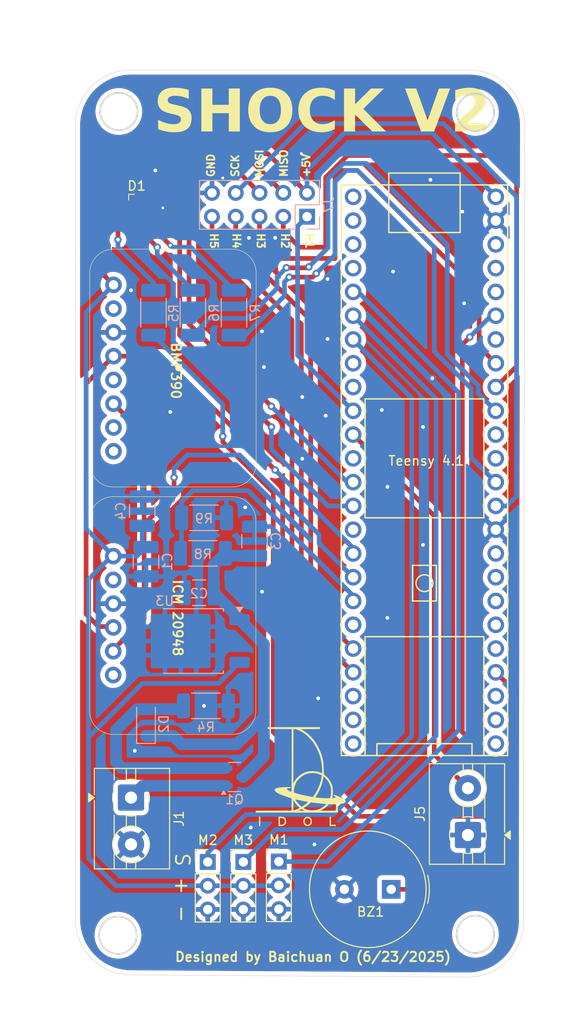
<source format=kicad_pcb>
(kicad_pcb (version 20241229) (generator "pcbnew") (generator_version "9.0")
  (layers (0 "F.Cu" signal) (2 "B.Cu" signal) (13 "F.Paste" user) (15 "B.Paste" user) (5 "F.SilkS" user "F.Silkscreen") (7 "B.SilkS" user "B.Silkscreen") (1 "F.Mask" user) (3 "B.Mask" user) (25 "Edge.Cuts" user))
  (net 0 "")
  (net 1 "+5V")
  (net 3 "/SCL")
  (net 6 "/SDA")
  (net 8 "GND")
  (net 9 "/BUZZER")
  (net 10 "+12V")
  (net 11 "Net-(D1-BLU)")
  (net 12 "Net-(D1-RED)")
  (net 13 "Net-(D1-GRN)")
  (net 14 "Net-(D2-A)")
  (net 15 "+BATT")
  (net 16 "/ARM")
  (net 17 "/HEADER3")
  (net 18 "/MISO")
  (net 19 "/MOSI")
  (net 20 "/HEADER2")
  (net 21 "/HEADER1")
  (net 22 "/HEADER4")
  (net 23 "/HEADER5")
  (net 24 "/SCK")
  (net 25 "/SERVO1")
  (net 26 "/SERVO3")
  (net 27 "/SERVO2")
  (net 28 "/RED")
  (net 29 "/BLU")
  (net 30 "/GRN")
  (net 31 "/VOLTAGE")
  (net 34 "/CS")
  (footprint "teensy:Teensy41" (layer "F.Cu") (at 164.555882 88.227254 -90)
    (property "Reference" "U1")
    (property "Value" "Teensy4.1")
    (pad "1" thru_hole circle (at -29.21 7.62 270) (size 1.778 1.778) (drill 1.1) (layers "*.Cu" "*.Mask"))
    (pad "2" thru_hole circle (at -26.67 7.62 270) (size 1.778 1.778) (drill 1.1) (layers "*.Cu" "*.Mask"))
    (pad "3" thru_hole circle (at -24.13 7.62 270) (size 1.778 1.778) (drill 1.1) (layers "*.Cu" "*.Mask"))
    (pad "4" thru_hole circle (at -21.59 7.62 270) (size 1.778 1.778) (drill 1.1) (layers "*.Cu" "*.Mask"))
    (pad "5" thru_hole circle (at -19.05 7.62 270) (size 1.778 1.778) (drill 1.1) (layers "*.Cu" "*.Mask") (net 25 "/SERVO1"))
    (pad "6" thru_hole circle (at -16.51 7.62 270) (size 1.778 1.778) (drill 1.1) (layers "*.Cu" "*.Mask") (net 27 "/SERVO2"))
    (pad "7" thru_hole circle (at -13.97 7.62 270) (size 1.778 1.778) (drill 1.1) (layers "*.Cu" "*.Mask") (net 26 "/SERVO3"))
    (pad "8" thru_hole circle (at -11.43 7.62 270) (size 1.778 1.778) (drill 1.1) (layers "*.Cu" "*.Mask"))
    (pad "9" thru_hole circle (at -8.89 7.62 270) (size 1.778 1.778) (drill 1.1) (layers "*.Cu" "*.Mask"))
    (pad "10" thru_hole circle (at -6.35 7.62 270) (size 1.778 1.778) (drill 1.1) (layers "*.Cu" "*.Mask") (net 21 "/HEADER1"))
    (pad "11" thru_hole circle (at -3.81 7.62 270) (size 1.778 1.778) (drill 1.1) (layers "*.Cu" "*.Mask") (net 16 "/ARM"))
    (pad "12" thru_hole circle (at -1.27 7.62 270) (size 1.778 1.778) (drill 1.1) (layers "*.Cu" "*.Mask") (net 34 "/CS"))
    (pad "13" thru_hole circle (at 1.27 7.62 270) (size 1.778 1.778) (drill 1.1) (layers "*.Cu" "*.Mask") (net 19 "/MOSI"))
    (pad "14" thru_hole circle (at 3.81 7.62 270) (size 1.778 1.778) (drill 1.1) (layers "*.Cu" "*.Mask") (net 18 "/MISO"))
    (pad "15" thru_hole circle (at 6.35 7.62 270) (size 1.778 1.778) (drill 1.1) (layers "*.Cu" "*.Mask"))
    (pad "16" thru_hole circle (at 8.89 7.62 270) (size 1.778 1.778) (drill 1.1) (layers "*.Cu" "*.Mask") (net 3 "/SCL"))
    (pad "17" thru_hole circle (at 11.43 7.62 270) (size 1.778 1.778) (drill 1.1) (layers "*.Cu" "*.Mask") (net 6 "/SDA"))
    (pad "18" thru_hole circle (at 13.97 7.62 270) (size 1.778 1.778) (drill 1.1) (layers "*.Cu" "*.Mask") (net 31 "/VOLTAGE"))
    (pad "19" thru_hole circle (at 16.51 7.62 270) (size 1.778 1.778) (drill 1.1) (layers "*.Cu" "*.Mask"))
    (pad "20" thru_hole circle (at 19.05 7.62 270) (size 1.778 1.778) (drill 1.1) (layers "*.Cu" "*.Mask") (net 22 "/HEADER4"))
    (pad "21" thru_hole circle (at 21.59 7.62 270) (size 1.778 1.778) (drill 1.1) (layers "*.Cu" "*.Mask") (net 23 "/HEADER5"))
    (pad "22" thru_hole circle (at 24.13 7.62 270) (size 1.778 1.778) (drill 1.1) (layers "*.Cu" "*.Mask"))
    (pad "23" thru_hole circle (at 26.67 7.62 270) (size 1.778 1.778) (drill 1.1) (layers "*.Cu" "*.Mask"))
    (pad "24" thru_hole circle (at 29.21 7.62 270) (size 1.778 1.778) (drill 1.1) (layers "*.Cu" "*.Mask"))
    (pad "25" thru_hole circle (at 29.21 -7.62 270) (size 1.778 1.778) (drill 1.1) (layers "*.Cu" "*.Mask"))
    (pad "26" thru_hole circle (at 26.67 -7.62 270) (size 1.778 1.778) (drill 1.1) (layers "*.Cu" "*.Mask"))
    (pad "27" thru_hole circle (at 24.13 -7.62 270) (size 1.778 1.778) (drill 1.1) (layers "*.Cu" "*.Mask"))
    (pad "28" thru_hole circle (at 21.59 -7.62 270) (size 1.778 1.778) (drill 1.1) (layers "*.Cu" "*.Mask") (net 9 "/BUZZER"))
    (pad "29" thru_hole circle (at 19.05 -7.62 270) (size 1.778 1.778) (drill 1.1) (layers "*.Cu" "*.Mask"))
    (pad "30" thru_hole circle (at 16.51 -7.62 270) (size 1.778 1.778) (drill 1.1) (layers "*.Cu" "*.Mask"))
    (pad "31" thru_hole circle (at 13.97 -7.62 270) (size 1.778 1.778) (drill 1.1) (layers "*.Cu" "*.Mask"))
    (pad "32" thru_hole circle (at 11.43 -7.62 270) (size 1.778 1.778) (drill 1.1) (layers "*.Cu" "*.Mask"))
    (pad "33" thru_hole circle (at 8.89 -7.62 270) (size 1.778 1.778) (drill 1.1) (layers "*.Cu" "*.Mask"))
    (pad "34" thru_hole circle (at 6.35 -7.62 270) (size 1.778 1.778) (drill 1.1) (layers "*.Cu" "*.Mask") (net 8 "GND"))
    (pad "35" thru_hole circle (at 3.81 -7.62 270) (size 1.778 1.778) (drill 1.1) (layers "*.Cu" "*.Mask") (net 24 "/SCK"))
    (pad "36" thru_hole circle (at 1.27 -7.62 270) (size 1.778 1.778) (drill 1.1) (layers "*.Cu" "*.Mask") (net 30 "/GRN"))
    (pad "37" thru_hole circle (at -1.27 -7.62 270) (size 1.778 1.778) (drill 1.1) (layers "*.Cu" "*.Mask"))
    (pad "38" thru_hole circle (at -3.81 -7.62 270) (size 1.778 1.778) (drill 1.1) (layers "*.Cu" "*.Mask"))
    (pad "39" thru_hole circle (at -6.35 -7.62 270) (size 1.778 1.778) (drill 1.1) (layers "*.Cu" "*.Mask") (net 29 "/BLU"))
    (pad "40" thru_hole circle (at -8.89 -7.62 270) (size 1.778 1.778) (drill 1.1) (layers "*.Cu" "*.Mask") (net 20 "/HEADER2"))
    (pad "41" thru_hole circle (at -11.43 -7.62 270) (size 1.778 1.778) (drill 1.1) (layers "*.Cu" "*.Mask") (net 17 "/HEADER3"))
    (pad "42" thru_hole circle (at -13.97 -7.62 270) (size 1.778 1.778) (drill 1.1) (layers "*.Cu" "*.Mask"))
    (pad "43" thru_hole circle (at -16.51 -7.62 270) (size 1.778 1.778) (drill 1.1) (layers "*.Cu" "*.Mask") (net 28 "/RED"))
    (pad "44" thru_hole circle (at -19.05 -7.62 270) (size 1.778 1.778) (drill 1.1) (layers "*.Cu" "*.Mask"))
    (pad "45" thru_hole circle (at -21.59 -7.62 270) (size 1.778 1.778) (drill 1.1) (layers "*.Cu" "*.Mask"))
    (pad "46" thru_hole circle (at -24.13 -7.62 270) (size 1.778 1.778) (drill 1.1) (layers "*.Cu" "*.Mask"))
    (pad "47" thru_hole circle (at -26.67 -7.62 270) (size 1.778 1.778) (drill 1.1) (layers "*.Cu" "*.Mask") (net 8 "GND"))
    (pad "48" thru_hole circle (at -29.21 -7.62 270) (size 1.778 1.778) (drill 1.1) (layers "*.Cu" "*.Mask") (net 1 "+5V"))
  )
  (footprint "Logos:med logo" (layer "F.Cu") (at 151 121)
    (property "Reference" "G***" (hide yes))
    (property "Value" "LOGO" (hide yes))
  )
  (footprint "TerminalBlock:TerminalBlock_MaiXu_MX126-5.0-02P_1x02_P5.00mm" (layer "F.Cu") (at 133.2 123.2 -90)
    (property "Reference" "J1" (at 2.25 -5.12 90) (layer "F.SilkS"))
    (property "Value" "PWR_IN")
    (pad "1" thru_hole roundrect (at 0 0 270) (size 2.8 2.8) (drill 1.3) (layers "*.Cu" "*.Mask") (roundrect_rratio 0.089286) (net 15 "+BATT"))
    (pad "2" thru_hole circle (at 5 0 270) (size 2.8 2.8) (drill 1.3) (layers "*.Cu" "*.Mask") (net 8 "GND"))
  )
  (footprint "BMP390:BMP390" (layer "F.Cu") (at 137.33 77.51 -90)
    (property "Reference" "BMP390" (at 0.09 -0.67 270) (layer "F.SilkS") (effects (font (thickness 0.2) (bold yes))))
    (property "Value" "BMP390" (hide yes))
    (pad "1" thru_hole circle (at -9.09 6) (size 1.778 1.778) (drill 1) (layers "*.Cu" "*.Mask") (net 1 "+5V"))
    (pad "2" thru_hole circle (at -6.55 6) (size 1.778 1.778) (drill 1) (layers "*.Cu" "*.Mask"))
    (pad "3" thru_hole circle (at -4.01 6) (size 1.778 1.778) (drill 1) (layers "*.Cu" "*.Mask") (net 8 "GND"))
    (pad "4" thru_hole circle (at -1.47 6) (size 1.778 1.778) (drill 1) (layers "*.Cu" "*.Mask") (net 3 "/SCL"))
    (pad "5" thru_hole circle (at 1.07 6) (size 1.778 1.778) (drill 1) (layers "*.Cu" "*.Mask"))
    (pad "6" thru_hole circle (at 3.61 6) (size 1.778 1.778) (drill 1) (layers "*.Cu" "*.Mask") (net 6 "/SDA"))
    (pad "7" thru_hole circle (at 6.15 6) (size 1.778 1.778) (drill 1) (layers "*.Cu" "*.Mask"))
    (pad "8" thru_hole circle (at 8.69 6) (size 1.778 1.778) (drill 1) (layers "*.Cu" "*.Mask"))
  )
  (footprint "Connector_PinHeader_2.54mm:PinHeader_1x03_P2.54mm_Vertical" (layer "F.Cu") (at 145.2 130.075)
    (property "Reference" "M3" (at 0 -2.33 0) (layer "F.SilkS"))
    (property "Value" "Motor_Servo")
    (pad "1" thru_hole rect (at 0 0) (size 1.7 1.7) (drill 1) (layers "*.Cu" "*.Mask") (net 27 "/SERVO2"))
    (pad "2" thru_hole oval (at 0 2.54) (size 1.7 1.7) (drill 1) (layers "*.Cu" "*.Mask") (net 1 "+5V"))
    (pad "3" thru_hole oval (at 0 5.079999) (size 1.7 1.7) (drill 1) (layers "*.Cu" "*.Mask") (net 8 "GND"))
  )
  (footprint "Connector_PinHeader_2.54mm:PinHeader_1x03_P2.54mm_Vertical" (layer "F.Cu") (at 141.4 130.075)
    (property "Reference" "M2" (at 0 -2.33 0) (layer "F.SilkS"))
    (property "Value" "Motor_Servo")
    (pad "1" thru_hole rect (at 0 0) (size 1.7 1.7) (drill 1) (layers "*.Cu" "*.Mask") (net 26 "/SERVO3"))
    (pad "2" thru_hole oval (at 0 2.54) (size 1.7 1.7) (drill 1) (layers "*.Cu" "*.Mask") (net 1 "+5V"))
    (pad "3" thru_hole oval (at 0 5.079999) (size 1.7 1.7) (drill 1) (layers "*.Cu" "*.Mask") (net 8 "GND"))
  )
  (footprint "TerminalBlock:TerminalBlock_MaiXu_MX126-5.0-02P_1x02_P5.00mm" (layer "F.Cu") (at 169.2 127.2 90)
    (property "Reference" "J5" (at 2.25 -5.12 90) (layer "F.SilkS"))
    (property "Value" "COMPUTERARM")
    (pad "1" thru_hole roundrect (at 0 0 90) (size 2.8 2.8) (drill 1.3) (layers "*.Cu" "*.Mask") (roundrect_rratio 0.089286) (net 8 "GND"))
    (pad "2" thru_hole circle (at 5 0 90) (size 2.8 2.8) (drill 1.3) (layers "*.Cu" "*.Mask") (net 16 "/ARM"))
  )
  (footprint "LED_SMD:LED_Wurth_150044M155260" (layer "F.Cu") (at 133.8 59.6)
    (property "Reference" "D1" (at 0 -1.75 0) (layer "F.SilkS"))
    (property "Value" "~")
    (pad "1" smd roundrect (at -0.4 -0.4) (size 0.4 0.4) (layers "F.Cu" "F.Mask" "F.Paste") (net 12 "Net-(D1-RED)"))
    (pad "2" smd roundrect (at 0.4 -0.4) (size 0.4 0.4) (layers "F.Cu" "F.Mask" "F.Paste") (net 1 "+5V"))
    (pad "3" smd roundrect (at 0.4 0.4) (size 0.4 0.4) (layers "F.Cu" "F.Mask" "F.Paste") (net 13 "Net-(D1-GRN)"))
    (pad "4" smd roundrect (at -0.4 0.4) (size 0.4 0.4) (layers "F.Cu" "F.Mask" "F.Paste") (net 11 "Net-(D1-BLU)"))
  )
  (footprint "Connector_PinHeader_2.54mm:PinHeader_1x03_P2.54mm_Vertical" (layer "F.Cu") (at 149 130.035001)
    (property "Reference" "M1" (at 0 -2.33 0) (layer "F.SilkS"))
    (property "Value" "Motor_Servo")
    (pad "1" thru_hole rect (at 0 0) (size 1.7 1.7) (drill 1) (layers "*.Cu" "*.Mask") (net 25 "/SERVO1"))
    (pad "2" thru_hole oval (at 0 2.54) (size 1.7 1.7) (drill 1) (layers "*.Cu" "*.Mask") (net 1 "+5V"))
    (pad "3" thru_hole oval (at 0 5.079999) (size 1.7 1.7) (drill 1) (layers "*.Cu" "*.Mask") (net 8 "GND"))
  )
  (footprint "MPU6050:MPU6050" (layer "F.Cu") (at 137.844 103.7076 -90)
    (property "Reference" "U2")
    (property "Value" "~")
    (pad "1" thru_hole circle (at -6.3076 6.544) (size 1.778 1.778) (drill 1) (layers "*.Cu" "*.Mask") (net 1 "+5V"))
    (pad "2" thru_hole circle (at -3.7676 6.544) (size 1.778 1.778) (drill 1) (layers "*.Cu" "*.Mask"))
    (pad "3" thru_hole circle (at -1.2276 6.544) (size 1.778 1.778) (drill 1) (layers "*.Cu" "*.Mask") (net 8 "GND"))
    (pad "4" thru_hole circle (at 1.3124 6.544) (size 1.778 1.778) (drill 1) (layers "*.Cu" "*.Mask") (net 3 "/SCL"))
    (pad "5" thru_hole circle (at 3.8524 6.544) (size 1.778 1.778) (drill 1) (layers "*.Cu" "*.Mask") (net 6 "/SDA"))
    (pad "6" thru_hole circle (at 6.3924 6.544) (size 1.778 1.778) (drill 1) (layers "*.Cu" "*.Mask"))
  )
  (footprint "Buzzer_Beeper:Buzzer_TDK_PS1240P02BT_D12.2mm_H6.5mm" (layer "F.Cu") (at 161 133 180)
    (property "Reference" "BZ1" (at 2.2 -2.4 0) (layer "F.SilkS"))
    (property "Value" "Buzzer")
    (pad "1" thru_hole rect (at 0 0 180) (size 2 2) (drill 1) (layers "*.Cu" "*.Mask") (net 9 "/BUZZER"))
    (pad "2" thru_hole circle (at 5 0 180) (size 2 2) (drill 1) (layers "*.Cu" "*.Mask") (net 8 "GND"))
  )
  (footprint "Diode_SMD:D_SOD-123F" (layer "B.Cu") (at 134.8 115.2 90)
    (property "Reference" "D2" (at -0.127 1.905 270) (layer "B.SilkS") (effects (justify mirror)))
    (property "Value" "D_Zener")
    (pad "1" smd roundrect (at -1.4 0 90) (size 1.1 1.1) (layers "B.Cu" "B.Mask" "B.Paste") (roundrect_rratio 0.2272727273) (net 10 "+12V"))
    (pad "2" smd roundrect (at 1.4 0 90) (size 1.1 1.1) (layers "B.Cu" "B.Mask" "B.Paste") (roundrect_rratio 0.2272727273) (net 14 "Net-(D2-A)"))
  )
  (footprint "Resistor_SMD:R_2010_5025Metric_Pad1.40x2.65mm_HandSolder" (layer "B.Cu") (at 144.2 71.4 90)
    (property "Reference" "R7" (at 0 2.279999 90) (layer "B.SilkS") (effects (justify mirror)))
    (property "Value" "100R")
    (pad "1" smd roundrect (at -2.4 0 90) (size 1.4 2.65) (layers "B.Cu" "B.Mask" "B.Paste") (roundrect_rratio 0.178571) (net 30 "/GRN"))
    (pad "2" smd roundrect (at 2.4 0 90) (size 1.4 2.65) (layers "B.Cu" "B.Mask" "B.Paste") (roundrect_rratio 0.178571) (net 13 "Net-(D1-GRN)"))
  )
  (footprint "Capacitor_SMD:C_1210_3225Metric_Pad1.33x2.70mm_HandSolder" (layer "B.Cu") (at 134.8 98 90)
    (property "Reference" "C1" (at 0 2.3 270) (layer "B.SilkS") (effects (justify mirror)))
    (property "Value" "1uF")
    (pad "1" smd roundrect (at -1.5625 0 90) (size 1.325 2.7) (layers "B.Cu" "B.Mask" "B.Paste") (roundrect_rratio 0.188679) (net 8 "GND"))
    (pad "2" smd roundrect (at 1.5625 0 90) (size 1.325 2.7) (layers "B.Cu" "B.Mask" "B.Paste") (roundrect_rratio 0.188679) (net 1 "+5V"))
  )
  (footprint "Package_TO_SOT_SMD:TO-252-2" (layer "B.Cu") (at 139.76 106.4725 180)
    (property "Reference" "U3" (at 2.96 4.2725 0) (layer "B.SilkS") (effects (justify mirror)))
    (property "Value" "L7805CDT-TR")
    (pad "1" smd roundrect (at -5.04 2.28 180) (size 2.2 1.2) (layers "B.Cu" "B.Mask" "B.Paste") (roundrect_rratio 0.208333) (net 10 "+12V"))
    (pad "2" smd roundrect (at -0.415 -1.525 180) (size 3.05 2.75) (layers "B.Cu" "B.Paste") (roundrect_rratio 0.090909) (net 8 "GND"))
    (pad "2" smd roundrect (at -0.415 1.525 180) (size 3.05 2.75) (layers "B.Cu" "B.Paste") (roundrect_rratio 0.090909) (net 8 "GND"))
    (pad "2" smd roundrect (at 1.260001 0 180) (size 6.4 5.8) (layers "B.Cu" "B.Mask") (roundrect_rratio 0.043103) (net 8 "GND"))
    (pad "2" smd roundrect (at 2.935 -1.525 180) (size 3.05 2.75) (layers "B.Cu" "B.Paste") (roundrect_rratio 0.090909) (net 8 "GND"))
    (pad "2" smd roundrect (at 2.935 1.525 180) (size 3.05 2.75) (layers "B.Cu" "B.Paste") (roundrect_rratio 0.090909) (net 8 "GND"))
    (pad "3" smd roundrect (at -5.04 -2.28 180) (size 2.2 1.2) (layers "B.Cu" "B.Mask" "B.Paste") (roundrect_rratio 0.208333) (net 1 "+5V"))
  )
  (footprint "Resistor_SMD:R_2010_5025Metric_Pad1.40x2.65mm_HandSolder" (layer "B.Cu") (at 139.810001 71.4 90)
    (property "Reference" "R6" (at 0 2.279999 90) (layer "B.SilkS") (effects (justify mirror)))
    (property "Value" "120R")
    (pad "1" smd roundrect (at -2.4 0 90) (size 1.4 2.65) (layers "B.Cu" "B.Mask" "B.Paste") (roundrect_rratio 0.178571) (net 29 "/BLU"))
    (pad "2" smd roundrect (at 2.4 0 90) (size 1.4 2.65) (layers "B.Cu" "B.Mask" "B.Paste") (roundrect_rratio 0.178571) (net 11 "Net-(D1-BLU)"))
  )
  (footprint "Resistor_SMD:R_2010_5025Metric_Pad1.40x2.65mm_HandSolder" (layer "B.Cu") (at 140.88 97.11 180)
    (property "Reference" "R8" (at 0 -0.09 0) (layer "B.SilkS") (effects (justify mirror)))
    (property "Value" "1M")
    (pad "1" smd roundrect (at -2.4 0 180) (size 1.4 2.65) (layers "B.Cu" "B.Mask" "B.Paste") (roundrect_rratio 0.178571) (net 10 "+12V"))
    (pad "2" smd roundrect (at 2.4 0 180) (size 1.4 2.65) (layers "B.Cu" "B.Mask" "B.Paste") (roundrect_rratio 0.178571) (net 31 "/VOLTAGE"))
  )
  (footprint "Package_TO_SOT_SMD:SOT-23" (layer "B.Cu") (at 144.262499 121)
    (property "Reference" "Q1" (at 0 2.4 0) (layer "B.SilkS") (effects (justify mirror)))
    (property "Value" "PMOS")
    (pad "1" smd roundrect (at -0.9375 0.95) (size 1.475 0.6) (layers "B.Cu" "B.Mask" "B.Paste") (net 15 "+BATT"))
    (pad "2" smd roundrect (at -0.9375 -0.95) (size 1.475 0.6) (layers "B.Cu" "B.Mask" "B.Paste") (net 14 "Net-(D2-A)"))
    (pad "3" smd roundrect (at 0.937501 0) (size 1.475 0.6) (layers "B.Cu" "B.Mask" "B.Paste") (net 10 "+12V"))
  )
  (footprint "Resistor_SMD:R_2010_5025Metric_Pad1.40x2.65mm_HandSolder" (layer "B.Cu") (at 141 93.31 180)
    (property "Reference" "R9" (at 0 -0.09 0) (layer "B.SilkS") (effects (justify mirror)))
    (property "Value" "100k")
    (pad "1" smd roundrect (at -2.4 0 180) (size 1.4 2.65) (layers "B.Cu" "B.Mask" "B.Paste") (roundrect_rratio 0.178571) (net 8 "GND"))
    (pad "2" smd roundrect (at 2.4 0 180) (size 1.4 2.65) (layers "B.Cu" "B.Mask" "B.Paste") (roundrect_rratio 0.178571) (net 31 "/VOLTAGE"))
  )
  (footprint "Resistor_SMD:R_2010_5025Metric_Pad1.40x2.65mm_HandSolder" (layer "B.Cu") (at 141.2 113.4)
    (property "Reference" "R4" (at 0 2.28 180) (layer "B.SilkS") (effects (justify mirror)))
    (property "Value" "100R")
    (pad "1" smd roundrect (at -2.4 0) (size 1.4 2.65) (layers "B.Cu" "B.Mask" "B.Paste") (roundrect_rratio 0.178571) (net 14 "Net-(D2-A)"))
    (pad "2" smd roundrect (at 2.4 0) (size 1.4 2.65) (layers "B.Cu" "B.Mask" "B.Paste") (roundrect_rratio 0.178571) (net 8 "GND"))
  )
  (footprint "Connector_PinHeader_2.54mm:PinHeader_2x05_P2.54mm_Vertical" (layer "B.Cu") (at 152.01 61.14 90)
    (property "Reference" "J7" (at 1.27 2.33 90) (layer "B.SilkS") (effects (justify mirror)))
    (property "Value" "~")
    (pad "1" thru_hole rect (at 0 0 90) (size 1.7 1.7) (drill 1) (layers "*.Cu" "*.Mask") (net 21 "/HEADER1"))
    (pad "2" thru_hole oval (at 2.54 0 90) (size 1.7 1.7) (drill 1) (layers "*.Cu" "*.Mask") (net 1 "+5V"))
    (pad "3" thru_hole oval (at 0 -2.54 90) (size 1.7 1.7) (drill 1) (layers "*.Cu" "*.Mask") (net 20 "/HEADER2"))
    (pad "4" thru_hole oval (at 2.54 -2.54 90) (size 1.7 1.7) (drill 1) (layers "*.Cu" "*.Mask") (net 18 "/MISO"))
    (pad "5" thru_hole oval (at 0 -5.079999 90) (size 1.7 1.7) (drill 1) (layers "*.Cu" "*.Mask") (net 17 "/HEADER3"))
    (pad "6" thru_hole oval (at 2.54 -5.08 90) (size 1.7 1.7) (drill 1) (layers "*.Cu" "*.Mask") (net 19 "/MOSI"))
    (pad "7" thru_hole oval (at 0 -7.62 90) (size 1.7 1.7) (drill 1) (layers "*.Cu" "*.Mask") (net 22 "/HEADER4"))
    (pad "8" thru_hole oval (at 2.54 -7.62 90) (size 1.7 1.7) (drill 1) (layers "*.Cu" "*.Mask") (net 24 "/SCK"))
    (pad "9" thru_hole oval (at 0 -10.16 90) (size 1.7 1.7) (drill 1) (layers "*.Cu" "*.Mask") (net 23 "/HEADER5"))
    (pad "10" thru_hole oval (at 2.54 -10.16 90) (size 1.7 1.7) (drill 1) (layers "*.Cu" "*.Mask") (net 8 "GND"))
  )
  (footprint "Capacitor_SMD:C_1210_3225Metric_Pad1.33x2.70mm_HandSolder" (layer "B.Cu") (at 140.48 101.31 180)
    (property "Reference" "C2" (at 0.005026 -0.087658 0) (layer "B.SilkS") (effects (justify mirror)))
    (property "Value" "10uF")
    (pad "1" smd roundrect (at -1.5625 0 180) (size 1.325 2.7) (layers "B.Cu" "B.Mask" "B.Paste") (roundrect_rratio 0.188679) (net 10 "+12V"))
    (pad "2" smd roundrect (at 1.5625 0 180) (size 1.325 2.7) (layers "B.Cu" "B.Mask" "B.Paste") (roundrect_rratio 0.188679) (net 8 "GND"))
  )
  (footprint "Capacitor_SMD:C_1210_3225Metric_Pad1.33x2.70mm_HandSolder" (layer "B.Cu") (at 146.4 95.8 90)
    (property "Reference" "C3" (at 0 2.300001 90) (layer "B.SilkS") (effects (justify mirror)))
    (property "Value" "0.1uF")
    (pad "1" smd roundrect (at -1.5625 0 90) (size 1.325 2.7) (layers "B.Cu" "B.Mask" "B.Paste") (roundrect_rratio 0.188679) (net 10 "+12V"))
    (pad "2" smd roundrect (at 1.5625 0 90) (size 1.325 2.7) (layers "B.Cu" "B.Mask" "B.Paste") (roundrect_rratio 0.188679) (net 8 "GND"))
  )
  (footprint "Capacitor_SMD:C_1210_3225Metric_Pad1.33x2.70mm_HandSolder" (layer "B.Cu") (at 134.4 92.6 -90)
    (property "Reference" "C4" (at 0 2.300001 90) (layer "B.SilkS") (effects (justify mirror)))
    (property "Value" "10uF")
    (pad "1" smd roundrect (at -1.5625 0 270) (size 1.325 2.7) (layers "B.Cu" "B.Mask" "B.Paste") (roundrect_rratio 0.188679) (net 8 "GND"))
    (pad "2" smd roundrect (at 1.5625 0 270) (size 1.325 2.7) (layers "B.Cu" "B.Mask" "B.Paste") (roundrect_rratio 0.188679) (net 1 "+5V"))
  )
  (footprint "Resistor_SMD:R_2010_5025Metric_Pad1.40x2.65mm_HandSolder" (layer "B.Cu") (at 135.6 71.4 90)
    (property "Reference" "R5" (at -0.040848 2.163251 90) (layer "B.SilkS") (effects (justify mirror)))
    (property "Value" "130R")
    (pad "1" smd roundrect (at -2.4 0 90) (size 1.4 2.65) (layers "B.Cu" "B.Mask" "B.Paste") (roundrect_rratio 0.178571) (net 28 "/RED"))
    (pad "2" smd roundrect (at 2.4 0 90) (size 1.4 2.65) (layers "B.Cu" "B.Mask" "B.Paste") (roundrect_rratio 0.178571) (net 12 "Net-(D1-RED)"))
  )
  (gr_arc (start 127.260303 51.4) (mid 129 47.2) (end 133.2 45.460303) (stroke (width 0.05)) (layer "Edge.Cuts"))
  (gr_line (start 133.2 142.139697) (end 169.194266 142.381262) (stroke (width 0.05)) (layer "Edge.Cuts"))
  (gr_line (start 169.32634 45.460304) (end 133.2 45.460303) (stroke (width 0.05)) (layer "Edge.Cuts"))
  (gr_line (start 175.133963 136.441621) (end 175.266037 51.400001) (stroke (width 0.05)) (layer "Edge.Cuts"))
  (gr_arc (start 169.32634 45.460303) (mid 173.52634 47.2) (end 175.266037 51.4) (stroke (width 0.05)) (layer "Edge.Cuts"))
  (gr_circle (center 170 50) (end 172 50) (stroke (width 0.2)) (fill no) (layer "Edge.Cuts"))
  (gr_line (start 127.260303 51.4) (end 127.260303 136.2) (stroke (width 0.05)) (layer "Edge.Cuts"))
  (gr_circle (center 131.8 137.9) (end 133.8 137.9) (stroke (width 0.2)) (fill no) (layer "Edge.Cuts"))
  (gr_arc (start 133.2 142.139697) (mid 129 140.4) (end 127.260303 136.2) (stroke (width 0.05)) (layer "Edge.Cuts"))
  (gr_circle (center 131.9 49.9) (end 133.9 49.9) (stroke (width 0.2)) (fill no) (layer "Edge.Cuts"))
  (gr_circle (center 170 137.8) (end 172 137.8) (stroke (width 0.2)) (fill no) (layer "Edge.Cuts"))
  (gr_arc (start 175.133963 136.441621) (mid 173.394266 140.641621) (end 169.194266 142.381318) (stroke (width 0.05)) (layer "Edge.Cuts"))
  (gr_text "H4" (at 144 62.8 270) (layer "F.SilkS") (effects (font (size 0.8 0.8) (thickness 0.1875)) (justify left bottom)))
  (gr_text "GND" (at 142.2 57 90) (layer "F.SilkS") (effects (font (size 0.8 0.8) (thickness 0.1875)) (justify left bottom)))
  (gr_text "ICM 20948" (at 137.6 99.8 270) (layer "F.SilkS") (effects (font (size 1 1) (thickness 0.2) (bold yes)) (justify left bottom)))
  (gr_text "SHOCK V2" (at 135.6 52.8 0) (layer "F.SilkS") (effects (font (size 4.5 4.5) (thickness 0.3) (bold yes)) (justify left bottom)))
  (gr_text "Designed by Baichuan O (6/23/2025)" (at 137.8 140.8 0) (layer "F.SilkS") (effects (font (size 1 1) (thickness 0.2) (bold yes)) (justify left bottom)))
  (gr_text "+5V\n" (at 152.4 57 90) (layer "F.SilkS") (effects (font (size 0.8 0.8) (thickness 0.1875)) (justify left bottom)))
  (gr_text "S + -" (at 137.8 129 270) (layer "F.SilkS") (effects (font (size 1.5 1.5) (thickness 0.1875)) (justify left bottom)))
  (gr_text "H3" (at 146.6 62.8 270) (layer "F.SilkS") (effects (font (size 0.8 0.8) (thickness 0.1875)) (justify left bottom)))
  (gr_text "MOSI" (at 147.4 57 90) (layer "F.SilkS") (effects (font (size 0.8 0.8) (thickness 0.1875)) (justify left bottom)))
  (gr_text "SCK" (at 144.8 57 90) (layer "F.SilkS") (effects (font (size 0.8 0.8) (thickness 0.1875)) (justify left bottom)))
  (gr_text "MISO\n" (at 150 57 90) (layer "F.SilkS") (effects (font (size 0.8 0.8) (thickness 0.1875)) (justify left bottom)))
  (gr_text "H1\n" (at 151.8 62.8 270) (layer "F.SilkS") (effects (font (size 0.8 0.8) (thickness 0.1875)) (justify left bottom)))
  (gr_text "Teensy 4.1\n" (at 160.6 87.8 0) (layer "F.SilkS") (effects (font (size 1 1)) (justify left bottom)))
  (gr_text "H5" (at 141.6 62.8 270) (layer "F.SilkS") (effects (font (size 0.8 0.8) (thickness 0.1875)) (justify left bottom)))
  (gr_text "H2\n" (at 149.199999 62.8 270) (layer "F.SilkS") (effects (font (size 0.8 0.8) (thickness 0.1875)) (justify left bottom)))
  (segment (start 139.6 54.4) (end 139.6 55) (width 0.5) (layer "F.Cu") (net 1))
  (segment (start 135.4 59.2) (end 134.2 59.2) (width 0.5) (layer "F.Cu") (net 1))
  (segment (start 135.537926 54.4) (end 147.81 54.4) (width 0.5) (layer "F.Cu") (net 1))
  (segment (start 147.81 54.4) (end 152.01 58.6) (width 0.5) (layer "F.Cu") (net 1))
  (segment (start 145.140001 132.599999) (end 145.18 132.56) (width 0.5) (layer "F.Cu") (net 1))
  (segment (start 130.4 59.537926) (end 135.537926 54.4) (width 0.5) (layer "F.Cu") (net 1))
  (segment (start 130.4 67.49) (end 130.4 59.537926) (width 0.5) (layer "F.Cu") (net 1))
  (segment (start 139.6 55) (end 135.4 59.2) (width 0.5) (layer "F.Cu") (net 1))
  (segment (start 131.33 68.42) (end 130.4 67.49) (width 0.5) (layer "F.Cu") (net 1))
  (segment (start 142.5525 111) (end 144.8 108.7525) (width 0.5) (layer "B.Cu") (net 1))
  (segment (start 140.449998 132.615) (end 145.2 132.615) (width 0.5) (layer "B.Cu") (net 1))
  (segment (start 128.4 94.48) (end 131.23 97.31) (width 0.5) (layer "B.Cu") (net 1))
  (segment (start 134.4 96.0375) (end 134.8 96.4375) (width 0.5) (layer "B.Cu") (net 1))
  (segment (start 128.674001 114) (end 128.674001 116.725999) (width 0.5) (layer "B.Cu") (net 1))
  (segment (start 131.615 132.615) (end 128.674001 129.674001) (width 0.5) (layer "B.Cu") (net 1))
  (segment (start 133.8375 97.4) (end 134.8 96.4375) (width 0.5) (layer "B.Cu") (net 1))
  (segment (start 128.674001 116.725999) (end 134.4 111) (width 0.5) (layer "B.Cu") (net 1))
  (segment (start 131.3 97.4) (end 133.8375 97.4) (width 0.5) (layer "B.Cu") (net 1))
  (segment (start 140.4 132.615) (end 131.615 132.615) (width 0.5) (layer "B.Cu") (net 1))
  (segment (start 128.4 71.35) (end 128.4 94.48) (width 0.5) (layer "B.Cu") (net 1))
  (segment (start 134.4 94.1625) (end 134.4 96.0375) (width 0.5) (layer "B.Cu") (net 1))
  (segment (start 172.18 58.98) (end 172.18 59.03) (width 0.5) (layer "B.Cu") (net 1))
  (segment (start 145.2 132.615) (end 149.91 132.615) (width 0.5) (layer "B.Cu") (net 1))
  (segment (start 152.01 56.19) (end 156 52.2) (width 0.5) (layer "B.Cu") (net 1))
  (segment (start 149.91 132.615) (end 149.949999 132.575001) (width 0.5) (layer "B.Cu") (net 1))
  (segment (start 156 52.2) (end 165.4 52.2) (width 0.5) (layer "B.Cu") (net 1))
  (segment (start 128.674001 114) (end 128.674001 99.865999) (width 0.5) (layer "B.Cu") (net 1))
  (segment (start 131.33 68.42) (end 128.4 71.35) (width 0.5) (layer "B.Cu") (net 1))
  (segment (start 128.674001 99.865999) (end 131.23 97.31) (width 0.5) (layer "B.Cu") (net 1))
  (segment (start 165.4 52.2) (end 172.18 58.98) (width 0.5) (layer "B.Cu") (net 1))
  (segment (start 152.01 56.19) (end 152.01 58.6) (width 0.5) (layer "B.Cu") (net 1))
  (segment (start 128.674001 129.674001) (end 128.674001 114) (width 0.5) (layer "B.Cu") (net 1))
  (segment (start 134.4 111) (end 142.5525 111) (width 0.5) (layer "B.Cu") (net 1))
  (segment (start 131.23 104.93) (end 129.73 104.93) (width 0.5) (layer "F.Cu") (net 3))
  (segment (start 136.44 76.04) (end 131.33 76.04) (width 0.5) (layer "F.Cu") (net 3))
  (segment (start 128.4 103.6) (end 128.4 78.97) (width 0.5) (layer "F.Cu") (net 3))
  (segment (start 129.73 104.93) (end 128.4 103.6) (width 0.5) (layer "F.Cu") (net 3))
  (segment (start 128.4 78.97) (end 131.33 76.04) (width 0.5) (layer "F.Cu") (net 3))
  (segment (start 148.6 88.2) (end 136.44 76.04) (width 0.5) (layer "F.Cu") (net 3))
  (via (at 148.6 88.2) (size 0.8) (drill 0.4) (layers "F.Cu" "B.Cu") (net 3))
  (segment (start 155.545882 95.145882) (end 155.545882 95.153011) (width 0.5) (layer "B.Cu") (net 3))
  (segment (start 148.6 88.2) (end 155.545882 95.145882) (width 0.5) (layer "B.Cu") (net 3))
  (segment (start 156.360125 95.967254) (end 156.367254 95.967254) (width 0.5) (layer "B.Cu") (net 3))
  (segment (start 156.367254 95.967254) (end 156.94 96.54) (width 0.5) (layer "B.Cu") (net 3))
  (segment (start 156.94 96.54) (end 156.94 97.13) (width 0.5) (layer "B.Cu") (net 3))
  (segment (start 155.545882 95.153011) (end 156.360125 95.967254) (width 0.5) (layer "B.Cu") (net 3))
  (segment (start 134.6 104.1) (end 134.6 94) (width 0.5) (layer "F.Cu") (net 6))
  (segment (start 134.6 94) (end 134.6 84.4) (width 0.5) (layer "F.Cu") (net 6))
  (segment (start 134.6 84.4) (end 131.33 81.13) (width 0.5) (layer "F.Cu") (net 6))
  (segment (start 137.8 89) (end 137.8 90.8) (width 0.5) (layer "F.Cu") (net 6))
  (segment (start 131.23 107.47) (end 134.6 104.1) (width 0.5) (layer "F.Cu") (net 6))
  (segment (start 131.33 81.13) (end 131.33 81.12) (width 0.5) (layer "F.Cu") (net 6))
  (segment (start 137.8 90.8) (end 134.6 94) (width 0.5) (layer "F.Cu") (net 6))
  (via (at 137.8 89) (size 0.8) (drill 0.4) (layers "F.Cu" "B.Cu") (net 6))
  (segment (start 153.299 95.099) (end 153.299 96.029) (width 0.5) (layer "B.Cu") (net 6))
  (segment (start 153.299 96.029) (end 156.94 99.67) (width 0.5) (layer "B.Cu") (net 6))
  (segment (start 137.8 89) (end 137.8 88) (width 0.5) (layer "B.Cu") (net 6))
  (segment (start 137.8 88) (end 139.2 86.6) (width 0.5) (layer "B.Cu") (net 6))
  (segment (start 139.2 86.6) (end 144.8 86.6) (width 0.5) (layer "B.Cu") (net 6))
  (segment (start 144.8 86.6) (end 153.299 95.099) (width 0.5) (layer "B.Cu") (net 6))
  (via (at 154.2 67.8) (size 0.8) (drill 0.4) (layers "F.Cu" "B.Cu") (net 8))
  (via (at 145.4 92.2) (size 0.8) (drill 0.4) (layers "F.Cu" "B.Cu") (net 8))
  (via (at 143 57) (size 0.6) (drill 0.3) (layers "F.Cu" "B.Cu") (net 8))
  (via (at 148.6 63.4) (size 0.8) (drill 0.4) (layers "F.Cu" "B.Cu") (net 8))
  (via (at 151.5 80.4) (size 0.8) (drill 0.4) (layers "F.Cu" "B.Cu") (net 8))
  (via (at 147.2 101.2) (size 0.8) (drill 0.4) (layers "F.Cu" "B.Cu") (net 8))
  (via (at 168.8 70.4) (size 0.8) (drill 0.4) (layers "F.Cu" "B.Cu") (net 8))
  (via (at 160.6 90) (size 0.8) (drill 0.4) (layers "F.Cu" "B.Cu") (net 8))
  (via (at 135.8 56.2) (size 0.8) (drill 0.4) (layers "F.Cu" "B.Cu") (net 8))
  (via (at 133.6 118.2) (size 0.8) (drill 0.4) (layers "F.Cu" "B.Cu") (net 8))
  (via (at 168.6 60.6) (size 0.8) (drill 0.4) (layers "F.Cu" "B.Cu") (net 8))
  (via (at 160 81.8) (size 0.8) (drill 0.4) (layers "F.Cu" "B.Cu") (net 8))
  (via (at 133.2 69) (size 0.8) (drill 0.4) (layers "F.Cu" "B.Cu") (net 8))
  (via (at 141 113.4) (size 0.8) (drill 0.4) (layers "F.Cu" "B.Cu") (net 8))
  (via (at 165.4 78.4) (size 0.8) (drill 0.4) (layers "F.Cu" "B.Cu") (net 8))
  (via (at 164.4 83.6) (size 0.8) (drill 0.4) (layers "F.Cu" "B.Cu") (net 8))
  (via (at 161.2 67) (size 0.8) (drill 0.4) (layers "F.Cu" "B.Cu") (net 8))
  (via (at 164.4 96.2) (size 0.8) (drill 0.4) (layers "F.Cu" "B.Cu") (net 8))
  (via (at 160.6 104) (size 0.8) (drill 0.4) (layers "F.Cu" "B.Cu") (net 8))
  (via (at 165.2 57.2) (size 0.8) (drill 0.4) (layers "F.Cu" "B.Cu") (net 8))
  (via (at 153.2 112.6) (size 0.8) (drill 0.4) (layers "F.Cu" "B.Cu") (net 8))
  (via (at 145.8 63.4) (size 0.8) (drill 0.4) (layers "F.Cu" "B.Cu") (net 8))
  (via (at 154.2 74.2) (size 0.8) (drill 0.4) (layers "F.Cu" "B.Cu") (net 8))
  (via (at 152.8 128.2) (size 0.8) (drill 0.4) (layers "F.Cu" "B.Cu") (net 8))
  (via (at 151.5 87) (size 0.8) (drill 0.4) (layers "F.Cu" "B.Cu") (net 8))
  (via (at 146 126.4) (size 0.8) (drill 0.4) (layers "F.Cu" "B.Cu") (net 8))
  (via (at 137.4 82) (size 0.8) (drill 0.4) (layers "F.Cu" "B.Cu") (net 8))
  (via (at 147.2 73.4) (size 0.8) (drill 0.4) (layers "F.Cu" "B.Cu") (net 8))
  (via (at 154 82.4) (size 0.8) (drill 0.4) (layers "F.Cu" "B.Cu") (net 8))
  (via (at 136.6 60.2) (size 0.6) (drill 0.3) (layers "F.Cu" "B.Cu") (net 8))
  (via (at 151.4 54.4) (size 0.6) (drill 0.3) (layers "F.Cu" "B.Cu") (net 8))
  (via (at 147.4 77.2) (size 0.8) (drill 0.4) (layers "F.Cu" "B.Cu") (net 8))
  (segment (start 134.8 99.5625) (end 133.4825 99.5625) (width 0.5) (layer "B.Cu") (net 8))
  (segment (start 174.2 126.4) (end 174.2 111.85) (width 0.5) (layer "F.Cu") (net 9))
  (segment (start 161 133) (end 167.6 133) (width 0.5) (layer "F.Cu") (net 9))
  (segment (start 167.6 133) (end 174.2 126.4) (width 0.5) (layer "F.Cu") (net 9))
  (segment (start 174.2 111.85) (end 172.18 109.83) (width 0.5) (layer "F.Cu") (net 9))
  (segment (start 138.6 117.5) (end 144.5 117.5) (width 1.25) (layer "B.Cu") (net 10))
  (segment (start 134.8 116.6) (end 137.7 116.6) (width 1.25) (layer "B.Cu") (net 10))
  (segment (start 144.8 104.1925) (end 144.8 104.0675) (width 1.25) (layer "B.Cu") (net 10))
  (segment (start 147.4 114.6) (end 147.4 106.7925) (width 1.25) (layer "B.Cu") (net 10))
  (segment (start 142.0425 98.3475) (end 143.28 97.11) (width 1.25) (layer "B.Cu") (net 10))
  (segment (start 147.4 118.8) (end 147.4 114.6) (width 1.25) (layer "B.Cu") (net 10))
  (segment (start 137.7 116.6) (end 138.6 117.5) (width 1.25) (layer "B.Cu") (net 10))
  (segment (start 145.2 121) (end 147.4 118.8) (width 1.25) (layer "B.Cu") (net 10))
  (segment (start 144.8 104.0675) (end 142.0425 101.31) (width 1.25) (layer "B.Cu") (net 10))
  (segment (start 144.5 117.5) (end 147.4 114.6) (width 1.25) (layer "B.Cu") (net 10))
  (segment (start 146.4 97.3625) (end 143.5325 97.3625) (width 1.25) (layer "B.Cu") (net 10))
  (segment (start 142.0425 101.31) (end 142.0425 98.3475) (width 1.25) (layer "B.Cu") (net 10))
  (segment (start 143.5325 97.3625) (end 143.28 97.11) (width 1.25) (layer "B.Cu") (net 10))
  (segment (start 147.4 106.7925) (end 144.8 104.1925) (width 1.25) (layer "B.Cu") (net 10))
  (segment (start 133.4 61.8) (end 133.4 60) (width 0.5) (layer "F.Cu") (net 11))
  (segment (start 136 64.4) (end 133.4 61.8) (width 0.5) (layer "F.Cu") (net 11))
  (via (at 136 64.4) (size 0.8) (drill 0.4) (layers "F.Cu" "B.Cu") (net 11))
  (segment (start 139.810001 69) (end 136 65.189999) (width 0.5) (layer "B.Cu") (net 11))
  (segment (start 136 65.189999) (end 136 64.4) (width 0.5) (layer "B.Cu") (net 11))
  (segment (start 132.8 59.2) (end 133.4 59.2) (width 0.5) (layer "F.Cu") (net 12))
  (segment (start 131.8 60.2) (end 132.8 59.2) (width 0.5) (layer "F.Cu") (net 12))
  (segment (start 131.8 63.6) (end 131.8 60.2) (width 0.5) (layer "F.Cu") (net 12))
  (via (at 131.8 63.6) (size 0.8) (drill 0.4) (layers "F.Cu" "B.Cu") (net 12))
  (segment (start 135.6 68.2) (end 135.6 69) (width 0.5) (layer "B.Cu") (net 12))
  (segment (start 131.8 63.6) (end 131.8 64.4) (width 0.5) (layer "B.Cu") (net 12))
  (segment (start 131.8 64.4) (end 135.6 68.2) (width 0.5) (layer "B.Cu") (net 12))
  (segment (start 136.6 62.4) (end 136.6 63.4) (width 0.5) (layer "F.Cu") (net 13))
  (segment (start 136.6 63.4) (end 137.4 64.2) (width 0.5) (layer "F.Cu") (net 13))
  (segment (start 134.2 60) (end 136.6 62.4) (width 0.5) (layer "F.Cu") (net 13))
  (via (at 137.4 64.2) (size 0.6) (drill 0.3) (layers "F.Cu" "B.Cu") (net 13))
  (segment (start 137.6 64.4) (end 139.6 64.4) (width 0.5) (layer "B.Cu") (net 13))
  (segment (start 137.4 64.2) (end 137.6 64.4) (width 0.5) (layer "B.Cu") (net 13))
  (segment (start 139.6 64.4) (end 144.2 69) (width 0.5) (layer "B.Cu") (net 13))
  (segment (start 131.6 116) (end 133.85 113.75) (width 1.25) (layer "B.Cu") (net 14))
  (segment (start 138.45 113.75) (end 138.8 113.4) (width 1.25) (layer "B.Cu") (net 14))
  (segment (start 143.324999 120.05) (end 132.25 120.05) (width 1.25) (layer "B.Cu") (net 14))
  (segment (start 133.85 113.75) (end 138.45 113.75) (width 1.25) (layer "B.Cu") (net 14))
  (segment (start 132.25 120.05) (end 131.6 119.4) (width 1.25) (layer "B.Cu") (net 14))
  (segment (start 131.6 119.4) (end 131.6 116) (width 1.25) (layer "B.Cu") (net 14))
  (segment (start 134.45 121.95) (end 133.2 123.2) (width 1.25) (layer "B.Cu") (net 15))
  (segment (start 143.324999 121.95) (end 134.45 121.95) (width 1.25) (layer "B.Cu") (net 15))
  (segment (start 165.6 93.09) (end 156.94 84.43) (width 0.5) (layer "F.Cu") (net 16))
  (segment (start 169.2 122.2) (end 165.6 118.6) (width 0.5) (layer "F.Cu") (net 16))
  (segment (start 165.6 118.6) (end 165.6 93.09) (width 0.5) (layer "F.Cu") (net 16))
  (segment (start 170.4 69.2) (end 170.4 75.03) (width 0.5) (layer "F.Cu") (net 17))
  (segment (start 146.930001 61.14) (end 146.930001 64.130001) (width 0.5) (layer "F.Cu") (net 17))
  (segment (start 155.8 56.2) (end 157.4 56.2) (width 0.5) (layer "F.Cu") (net 17))
  (segment (start 148.4 65.6) (end 155 65.6) (width 0.5) (layer "F.Cu") (net 17))
  (segment (start 155 65.6) (end 155 57) (width 0.5) (layer "F.Cu") (net 17))
  (segment (start 170.4 75.03) (end 172.18 76.81) (width 0.5) (layer "F.Cu") (net 17))
  (segment (start 155 57) (end 155.8 56.2) (width 0.5) (layer "F.Cu") (net 17))
  (segment (start 157.4 56.2) (end 170.4 69.2) (width 0.5) (layer "F.Cu") (net 17))
  (segment (start 146.930001 64.130001) (end 148.4 65.6) (width 0.5) (layer "F.Cu") (net 17))
  (segment (start 148.2 83.6) (end 138.4 73.8) (width 0.5) (layer "F.Cu") (net 18))
  (segment (start 138.4 57.6) (end 140.8 55.2) (width 0.5) (layer "F.Cu") (net 18))
  (segment (start 146.07 55.2) (end 149.47 58.6) (width 0.5) (layer "F.Cu") (net 18))
  (segment (start 138.4 73.8) (end 138.4 57.6) (width 0.5) (layer "F.Cu") (net 18))
  (segment (start 140.8 55.2) (end 146.07 55.2) (width 0.5) (layer "F.Cu") (net 18))
  (via (at 148.2 83.6) (size 0.8) (drill 0.4) (layers "F.Cu" "B.Cu") (net 18))
  (segment (start 148.2 86) (end 154.25 92.05) (width 0.5) (layer "B.Cu") (net 18))
  (segment (start 154.25 92.05) (end 156.94 92.05) (width 0.5) (layer "B.Cu") (net 18))
  (segment (start 148.2 83.6) (end 148.2 86) (width 0.5) (layer "B.Cu") (net 18))
  (segment (start 144.33 56) (end 141.4 56) (width 0.5) (layer "F.Cu") (net 19))
  (segment (start 139.4 58) (end 139.4 72.6) (width 0.5) (layer "F.Cu") (net 19))
  (segment (start 139.4 72.6) (end 148.2 81.4) (width 0.5) (layer "F.Cu") (net 19))
  (segment (start 141.4 56) (end 139.4 58) (width 0.5) (layer "F.Cu") (net 19))
  (segment (start 146.93 58.6) (end 144.33 56) (width 0.5) (layer "F.Cu") (net 19))
  (via (at 148.2 81.4) (size 0.8) (drill 0.4) (layers "F.Cu" "B.Cu") (net 19))
  (segment (start 156.31 89.51) (end 156.94 89.51) (width 0.5) (layer "B.Cu") (net 19))
  (segment (start 148.2 81.4) (end 156.31 89.51) (width 0.5) (layer "B.Cu") (net 19))
  (segment (start 171.4 54.6) (end 174.4 57.6) (width 0.5) (layer "F.Cu") (net 20))
  (segment (start 156.337926 54.6) (end 171.4 54.6) (width 0.5) (layer "F.Cu") (net 20))
  (segment (start 151.2 64.4) (end 154 64.4) (width 0.5) (layer "F.Cu") (net 20))
  (segment (start 149.47 61.14) (end 149.47 62.67) (width 0.5) (layer "F.Cu") (net 20))
  (segment (start 174.4 57.6) (end 174.4 77.13) (width 0.5) (layer "F.Cu") (net 20))
  (segment (start 154 56.937926) (end 156.337926 54.6) (width 0.5) (layer "F.Cu") (net 20))
  (segment (start 174.4 77.13) (end 172.18 79.35) (width 0.5) (layer "F.Cu") (net 20))
  (segment (start 154 64.4) (end 154 56.937926) (width 0.5) (layer "F.Cu") (net 20))
  (segment (start 149.47 62.67) (end 151.2 64.4) (width 0.5) (layer "F.Cu") (net 20))
  (segment (start 151 75.95) (end 151 62.15) (width 0.5) (layer "B.Cu") (net 21))
  (segment (start 156.94 81.89) (end 151 75.95) (width 0.5) (layer "B.Cu") (net 21))
  (segment (start 151 62.15) (end 152.01 61.14) (width 0.5) (layer "B.Cu") (net 21))
  (segment (start 144.39 61.14) (end 144.39 64.19) (width 0.5) (layer "F.Cu") (net 22))
  (segment (start 144.39 64.19) (end 152.4 72.2) (width 0.5) (layer "F.Cu") (net 22))
  (segment (start 152.4 72.2) (end 152.4 102.75) (width 0.5) (layer "F.Cu") (net 22))
  (segment (start 152.4 102.75) (end 156.94 107.29) (width 0.5) (layer "F.Cu") (net 22))
  (segment (start 150.4 103.29) (end 156.94 109.83) (width 0.5) (layer "F.Cu") (net 23))
  (segment (start 141.85 61.14) (end 141.85 63.65) (width 0.5) (layer "F.Cu") (net 23))
  (segment (start 141.85 63.65) (end 150.4 72.2) (width 0.5) (layer "F.Cu") (net 23))
  (segment (start 150.4 72.2) (end 150.4 103.29) (width 0.5) (layer "F.Cu") (net 23))
  (segment (start 173.35 92.05) (end 172.18 92.05) (width 0.5) (layer "B.Cu") (net 24))
  (segment (start 174.4 91) (end 173.35 92.05) (width 0.5) (layer "B.Cu") (net 24))
  (segment (start 174.4 59) (end 174.4 91) (width 0.5) (layer "B.Cu") (net 24))
  (segment (start 151.79 51.2) (end 166.6 51.2) (width 0.5) (layer "B.Cu") (net 24))
  (segment (start 166.6 51.2) (end 174.4 59) (width 0.5) (layer "B.Cu") (net 24))
  (segment (start 144.39 58.6) (end 151.79 51.2) (width 0.5) (layer "B.Cu") (net 24))
  (segment (start 154.164999 130.035001) (end 168.2 116) (width 0.5) (layer "B.Cu") (net 25))
  (segment (start 168.2 79.911171) (end 157.478829 69.19) (width 0.5) (layer "B.Cu") (net 25))
  (segment (start 168.2 116) (end 168.2 79.911171) (width 0.5) (layer "B.Cu") (net 25))
  (segment (start 157.478829 69.19) (end 156.94 69.19) (width 0.5) (layer "B.Cu") (net 25))
  (segment (start 149.949999 130.035001) (end 154.164999 130.035001) (width 0.5) (layer "B.Cu") (net 25))
  (segment (start 156.94 74.27) (end 163.2 80.53) (width 0.5) (layer "B.Cu") (net 26))
  (segment (start 163.2 116.6) (end 154.8 125) (width 0.5) (layer "B.Cu") (net 26))
  (segment (start 154.8 125) (end 145.475 125) (width 0.5) (layer "B.Cu") (net 26))
  (segment (start 141.4 129.075) (end 141.4 130.075) (width 0.5) (layer "B.Cu") (net 26))
  (segment (start 163.2 80.53) (end 163.2 116.6) (width 0.5) (layer "B.Cu") (net 26))
  (segment (start 145.475 125) (end 141.4 129.075) (width 0.5) (layer "B.Cu") (net 26))
  (segment (start 165.8 80.6) (end 164.4 79.2) (width 0.5) (layer "B.Cu") (net 27))
  (segment (start 148.675 126.6) (end 155.8 126.6) (width 0.5) (layer "B.Cu") (net 27))
  (segment (start 164.4 79.2) (end 164.4 79.19) (width 0.5) (layer "B.Cu") (net 27))
  (segment (start 164.4 79.19) (end 156.94 71.73) (width 0.5) (layer "B.Cu") (net 27))
  (segment (start 155.8 126.6) (end 165.8 116.6) (width 0.5) (layer "B.Cu") (net 27))
  (segment (start 148.675 126.6) (end 145.2 130.075) (width 0.5) (layer "B.Cu") (net 27))
  (segment (start 165.8 116.6) (end 165.8 80.6) (width 0.5) (layer "B.Cu") (net 27))
  (segment (start 168.6 116.2) (end 168.6 74.8) (width 0.5) (layer "F.Cu") (net 28))
  (segment (start 148.4 116.2) (end 157.4 125.2) (width 0.5) (layer "F.Cu") (net 28))
  (segment (start 143 85.2) (end 148.4 90.6) (width 0.5) (layer "F.Cu") (net 28))
  (segment (start 172 124.4) (end 172 119.6) (width 0.5) (layer "F.Cu") (net 28))
  (segment (start 172 119.6) (end 168.6 116.2) (width 0.5) (layer "F.Cu") (net 28))
  (segment (start 143 84.6) (end 143 85.2) (width 0.5) (layer "F.Cu") (net 28))
  (segment (start 171.2 125.2) (end 172 124.4) (width 0.5) (layer "F.Cu") (net 28))
  (segment (start 148.4 90.6) (end 148.4 116.2) (width 0.5) (layer "F.Cu") (net 28))
  (segment (start 157.4 125.2) (end 171.2 125.2) (width 0.5) (layer "F.Cu") (net 28))
  (segment (start 168.6 74.8) (end 169.4 74) (width 0.5) (layer "F.Cu") (net 28))
  (via (at 143 84.6) (size 0.8) (drill 0.4) (layers "F.Cu" "B.Cu") (net 28))
  (via (at 169.4 74) (size 0.8) (drill 0.4) (layers "F.Cu" "B.Cu") (net 28))
  (segment (start 143 84.6) (end 143 81.2) (width 0.5) (layer "B.Cu") (net 28))
  (segment (start 171.6 71.8) (end 172.11 71.8) (width 0.5) (layer "B.Cu") (net 28))
  (segment (start 169.4 74) (end 171.6 71.8) (width 0.5) (layer "B.Cu") (net 28))
  (segment (start 172.11 71.8) (end 172.18 71.73) (width 0.5) (layer "B.Cu") (net 28))
  (segment (start 143 81.2) (end 135.6 73.8) (width 0.5) (layer "B.Cu") (net 28))
  (segment (start 152.1 66.6) (end 152.2 66.5) (width 0.5) (layer "F.Cu") (net 29))
  (segment (start 149.798284 66.59428) (end 149.804004 66.6) (width 0.5) (layer "F.Cu") (net 29))
  (segment (start 149.804004 66.6) (end 152.1 66.6) (width 0.5) (layer "F.Cu") (net 29))
  (via (at 152.2 66.5) (size 0.8) (drill 0.4) (layers "F.Cu" "B.Cu") (net 29))
  (via (at 149.798284 66.59428) (size 0.8) (drill 0.4) (layers "F.Cu" "B.Cu") (net 29))
  (segment (start 154.249 64.451) (end 154.249 57.711074) (width 0.5) (layer "B.Cu") (net 29))
  (segment (start 155.888926 55.449) (end 156.511074 55.449) (width 0.5) (layer "B.Cu") (net 29))
  (segment (start 167 75.875852) (end 169.422148 78.298) (width 0.5) (layer "B.Cu") (net 29))
  (segment (start 169.862074 78.737926) (end 170.302 79.177852) (width 0.5) (layer "B.Cu") (net 29))
  (segment (start 141.610001 72) (end 139.810001 73.8) (width 0.5) (layer "B.Cu") (net 29))
  (segment (start 148.8 67.592564) (end 149.798284 66.59428) (width 0.5) (layer "B.Cu") (net 29))
  (segment (start 157.688926 55.449) (end 158.311074 55.449) (width 0.5) (layer "B.Cu") (net 29))
  (segment (start 154.688926 56.649) (end 155.449 55.888926) (width 0.5) (layer "B.Cu") (net 29))
  (segment (start 156.511074 55.449) (end 157.688926 55.449) (width 0.5) (layer "B.Cu") (net 29))
  (segment (start 167 64.137926) (end 167 75.875852) (width 0.5) (layer "B.Cu") (net 29))
  (segment (start 155.449 55.888926) (end 155.888926 55.449) (width 0.5) (layer "B.Cu") (net 29))
  (segment (start 165.911074 63.049) (end 166.351 63.488926) (width 0.5) (layer "B.Cu") (net 29))
  (segment (start 152.2 66.5) (end 154.249 64.451) (width 0.5) (layer "B.Cu") (net 29))
  (segment (start 154.249 57.088926) (end 154.688926 56.649) (width 0.5) (layer "B.Cu") (net 29))
  (segment (start 154.249 57.711074) (end 154.249 57.088926) (width 0.5) (layer "B.Cu") (net 29))
  (segment (start 169.422148 78.298) (end 169.862074 78.737926) (width 0.5) (layer "B.Cu") (net 29))
  (segment (start 148.8 68.8) (end 148.8 67.592564) (width 0.5) (layer "B.Cu") (net 29))
  (segment (start 166.351 63.488926) (end 167 64.137926) (width 0.5) (layer "B.Cu") (net 29))
  (segment (start 158.751 55.888926) (end 165.911074 63.049) (width 0.5) (layer "B.Cu") (net 29))
  (segment (start 145.6 72) (end 141.610001 72) (width 0.5) (layer "B.Cu") (net 29))
  (segment (start 170.302 80.012) (end 172.18 81.89) (width 0.5) (layer "B.Cu") (net 29))
  (segment (start 170.302 79.8) (end 170.302 80.012) (width 0.5) (layer "B.Cu") (net 29))
  (segment (start 158.311074 55.449) (end 158.751 55.888926) (width 0.5) (layer "B.Cu") (net 29))
  (segment (start 170.302 79.177852) (end 170.302 79.8) (width 0.5) (layer "B.Cu") (net 29))
  (segment (start 148.8 68.8) (end 145.6 72) (width 0.5) (layer "B.Cu") (net 29))
  (segment (start 150.1 67.6) (end 152.6 67.6) (width 0.5) (layer "F.Cu") (net 30))
  (segment (start 152.6 67.6) (end 153 67.2) (width 0.5) (layer "F.Cu") (net 30))
  (via (at 153 67.2) (size 0.8) (drill 0.4) (layers "F.Cu" "B.Cu") (net 30))
  (via (at 150.1 67.6) (size 0.8) (drill 0.4) (layers "F.Cu" "B.Cu") (net 30))
  (segment (start 155 65.2) (end 155 57.4) (width 0.5) (layer "B.Cu") (net 30))
  (segment (start 156.2 56.2) (end 157.4 56.2) (width 0.5) (layer "B.Cu") (net 30))
  (segment (start 149.6 69.6) (end 145.4 73.8) (width 0.5) (layer "B.Cu") (net 30))
  (segment (start 155 57.4) (end 156.2 56.2) (width 0.5) (layer "B.Cu") (net 30))
  (segment (start 169.551 86.881) (end 172.18 89.51) (width 0.5) (layer "B.Cu") (net 30))
  (segment (start 165.6 64.4) (end 165.6 75.537926) (width 0.5) (layer "B.Cu") (net 30))
  (segment (start 157.4 56.2) (end 165.6 64.4) (width 0.5) (layer "B.Cu") (net 30))
  (segment (start 149.6 68.1) (end 149.6 69.6) (width 0.5) (layer "B.Cu") (net 30))
  (segment (start 150.1 67.6) (end 149.6 68.1) (width 0.5) (layer "B.Cu") (net 30))
  (segment (start 169.551 79.488926) (end 169.551 86.881) (width 0.5) (layer "B.Cu") (net 30))
  (segment (start 165.6 75.537926) (end 169.551 79.488926) (width 0.5) (layer "B.Cu") (net 30))
  (segment (start 145.4 73.8) (end 144.2 73.8) (width 0.5) (layer "B.Cu") (net 30))
  (segment (start 153 67.2) (end 155 65.2) (width 0.5) (layer "B.Cu") (net 30))
  (segment (start 156.94 101.64) (end 145.7 90.4) (width 0.5) (layer "B.Cu") (net 31))
  (segment (start 138.6 96.99) (end 138.48 97.11) (width 0.5) (layer "B.Cu") (net 31))
  (segment (start 145.7 90.4) (end 139.8 90.4) (width 0.5) (layer "B.Cu") (net 31))
  (segment (start 138.6 91.6) (end 138.6 93.31) (width 0.5) (layer "B.Cu") (net 31))
  (segment (start 156.94 102.21) (end 156.94 101.64) (width 0.5) (layer "B.Cu") (net 31))
  (segment (start 138.6 93.31) (end 138.6 96.99) (width 0.5) (layer "B.Cu") (net 31))
  (segment (start 139.8 90.4) (end 138.6 91.6) (width 0.5) (layer "B.Cu") (net 31))
  (zone (net 8) (net_name "GND") (layers "F.Cu" "B.Cu") (connect_pads (clearance 0.5)) (min_thickness 0.25) (fill yes (thermal_gap 0.5) (thermal_bridge_width 0.5))
    (polygon (pts (xy 119.2 37.99) (xy 181.2 38.19) (xy 181.2 147.4) (xy 119.6 147.2)))
  )
)
</source>
